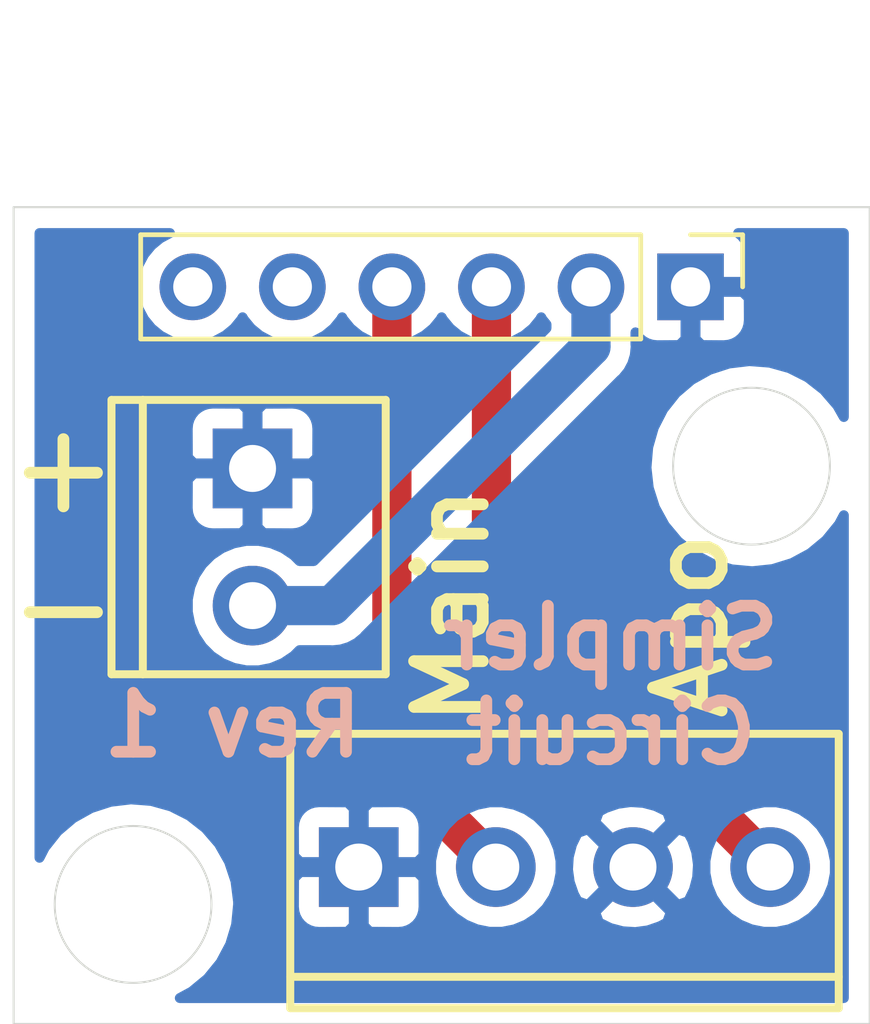
<source format=kicad_pcb>
(kicad_pcb (version 20171130) (host pcbnew "(5.1.2)-2")

  (general
    (thickness 1.6)
    (drawings 12)
    (tracks 7)
    (zones 0)
    (modules 3)
    (nets 7)
  )

  (page A4)
  (layers
    (0 F.Cu signal)
    (31 B.Cu signal)
    (32 B.Adhes user)
    (33 F.Adhes user)
    (34 B.Paste user)
    (35 F.Paste user)
    (36 B.SilkS user)
    (37 F.SilkS user)
    (38 B.Mask user)
    (39 F.Mask user)
    (40 Dwgs.User user)
    (41 Cmts.User user)
    (42 Eco1.User user)
    (43 Eco2.User user)
    (44 Edge.Cuts user)
    (45 Margin user)
    (46 B.CrtYd user)
    (47 F.CrtYd user)
    (48 B.Fab user)
    (49 F.Fab user)
  )

  (setup
    (last_trace_width 1)
    (user_trace_width 0.5)
    (user_trace_width 1)
    (trace_clearance 0.2)
    (zone_clearance 0.508)
    (zone_45_only no)
    (trace_min 0.2)
    (via_size 0.8)
    (via_drill 0.4)
    (via_min_size 0.4)
    (via_min_drill 0.3)
    (uvia_size 0.3)
    (uvia_drill 0.1)
    (uvias_allowed no)
    (uvia_min_size 0.2)
    (uvia_min_drill 0.1)
    (edge_width 0.05)
    (segment_width 0.2)
    (pcb_text_width 0.3)
    (pcb_text_size 1.5 1.5)
    (mod_edge_width 0.12)
    (mod_text_size 1 1)
    (mod_text_width 0.15)
    (pad_size 1.524 1.524)
    (pad_drill 0.762)
    (pad_to_mask_clearance 0.051)
    (solder_mask_min_width 0.25)
    (aux_axis_origin 0 0)
    (visible_elements FFFFFF7F)
    (pcbplotparams
      (layerselection 0x010fc_ffffffff)
      (usegerberextensions false)
      (usegerberattributes false)
      (usegerberadvancedattributes false)
      (creategerberjobfile false)
      (excludeedgelayer true)
      (linewidth 0.100000)
      (plotframeref false)
      (viasonmask false)
      (mode 1)
      (useauxorigin false)
      (hpglpennumber 1)
      (hpglpenspeed 20)
      (hpglpendiameter 15.000000)
      (psnegative false)
      (psa4output false)
      (plotreference true)
      (plotvalue true)
      (plotinvisibletext false)
      (padsonsilk false)
      (subtractmaskfromsilk false)
      (outputformat 1)
      (mirror false)
      (drillshape 1)
      (scaleselection 1)
      (outputdirectory ""))
  )

  (net 0 "")
  (net 1 "Net-(J1-Pad6)")
  (net 2 "Net-(J1-Pad5)")
  (net 3 "Net-(J1-Pad4)")
  (net 4 "Net-(J1-Pad3)")
  (net 5 GND)
  (net 6 VBUS)

  (net_class Default "This is the default net class."
    (clearance 0.2)
    (trace_width 0.25)
    (via_dia 0.8)
    (via_drill 0.4)
    (uvia_dia 0.3)
    (uvia_drill 0.1)
    (add_net GND)
    (add_net "Net-(J1-Pad3)")
    (add_net "Net-(J1-Pad4)")
    (add_net "Net-(J1-Pad5)")
    (add_net "Net-(J1-Pad6)")
    (add_net VBUS)
  )

  (module Connectors:SCREWTERMINAL-3.5MM-4 (layer F.Cu) (tedit 200000) (tstamp 60BEE791)
    (at 134.28218 86.9315)
    (descr "SCREW TERMINAL  3.5MM PITCH -4 PIN PTH")
    (tags "SCREW TERMINAL  3.5MM PITCH -4 PIN PTH")
    (path /60BFFBC3)
    (attr virtual)
    (fp_text reference J2 (at 0 -3.937) (layer F.SilkS) hide
      (effects (font (size 0.6096 0.6096) (thickness 0.127)))
    )
    (fp_text value Screw_Terminal_01x04 (at 0 4.191) (layer F.SilkS) hide
      (effects (font (size 0.6096 0.6096) (thickness 0.127)))
    )
    (fp_circle (center 10.49782 0) (end 10.49782 -0.42418) (layer Dwgs.User) (width 0.1))
    (fp_circle (center 6.9977 0) (end 6.9977 -0.42418) (layer Dwgs.User) (width 0.1))
    (fp_circle (center 3.49758 0) (end 3.49758 -0.42418) (layer Dwgs.User) (width 0.1))
    (fp_circle (center 0 0) (end 0 -0.42418) (layer Dwgs.User) (width 0.1))
    (fp_line (start 12.74826 -2.14884) (end 12.24788 -2.14884) (layer Dwgs.User) (width 0.2032))
    (fp_line (start 12.74826 -3.1496) (end 12.74826 -2.14884) (layer Dwgs.User) (width 0.2032))
    (fp_line (start 12.24788 -3.1496) (end 12.74826 -3.1496) (layer Dwgs.User) (width 0.2032))
    (fp_line (start -2.2479 2.3495) (end -1.74752 2.3495) (layer Dwgs.User) (width 0.2032))
    (fp_line (start -2.2479 1.34874) (end -2.2479 2.3495) (layer Dwgs.User) (width 0.2032))
    (fp_line (start -1.74752 1.34874) (end -2.2479 1.34874) (layer Dwgs.User) (width 0.2032))
    (fp_line (start 12.24788 2.79908) (end -1.74752 2.79908) (layer F.SilkS) (width 0.2032))
    (fp_line (start -1.74752 2.79908) (end -1.74752 -3.39852) (layer F.SilkS) (width 0.2032))
    (fp_line (start -1.74752 3.59918) (end -1.74752 2.79908) (layer F.SilkS) (width 0.2032))
    (fp_line (start 12.24788 3.59918) (end -1.74752 3.59918) (layer F.SilkS) (width 0.2032))
    (fp_line (start 12.24788 2.79908) (end 12.24788 3.59918) (layer F.SilkS) (width 0.2032))
    (fp_line (start 12.24788 -3.39852) (end 12.24788 2.79908) (layer F.SilkS) (width 0.2032))
    (fp_line (start -1.74752 -3.39852) (end 12.24788 -3.39852) (layer F.SilkS) (width 0.2032))
    (pad 4 thru_hole circle (at 10.49782 0) (size 2.032 2.032) (drill 1.19888) (layers *.Cu *.Mask)
      (net 4 "Net-(J1-Pad3)") (solder_mask_margin 0.1016))
    (pad 3 thru_hole circle (at 6.9977 0) (size 2.032 2.032) (drill 1.19888) (layers *.Cu *.Mask)
      (net 6 VBUS) (solder_mask_margin 0.1016))
    (pad 2 thru_hole circle (at 3.49758 0) (size 2.032 2.032) (drill 1.19888) (layers *.Cu *.Mask)
      (net 3 "Net-(J1-Pad4)") (solder_mask_margin 0.1016))
    (pad 1 thru_hole rect (at 0 0) (size 2.032 2.032) (drill 1.19888) (layers *.Cu *.Mask)
      (net 6 VBUS) (solder_mask_margin 0.1016))
  )

  (module Connectors:SCREWTERMINAL-3.5MM-2 (layer F.Cu) (tedit 200000) (tstamp 60BEE389)
    (at 131.572 76.76642 270)
    (descr "SCREW TERMINAL  3.5MM PITCH - 2 PIN PTH")
    (tags "SCREW TERMINAL  3.5MM PITCH - 2 PIN PTH")
    (path /60BFED93)
    (attr virtual)
    (fp_text reference J3 (at 0 -3.937 270) (layer F.SilkS) hide
      (effects (font (size 0.6096 0.6096) (thickness 0.127)))
    )
    (fp_text value Screw_Terminal_01x02 (at 0 4.191 90) (layer F.SilkS) hide
      (effects (font (size 0.6096 0.6096) (thickness 0.127)))
    )
    (fp_circle (center 1.99898 -2.99974) (end 1.99898 -3.28168) (layer Dwgs.User) (width 0.127))
    (fp_line (start 5.74802 -2.14884) (end 5.24764 -2.14884) (layer Dwgs.User) (width 0.2032))
    (fp_line (start 5.74802 -3.1496) (end 5.74802 -2.14884) (layer Dwgs.User) (width 0.2032))
    (fp_line (start 5.24764 -3.1496) (end 5.74802 -3.1496) (layer Dwgs.User) (width 0.2032))
    (fp_line (start -2.2479 2.3495) (end -1.74752 2.3495) (layer Dwgs.User) (width 0.2032))
    (fp_line (start -2.2479 1.34874) (end -2.2479 2.3495) (layer Dwgs.User) (width 0.2032))
    (fp_line (start -1.74752 1.34874) (end -2.2479 1.34874) (layer Dwgs.User) (width 0.2032))
    (fp_line (start 5.24764 2.79908) (end -1.74752 2.79908) (layer F.SilkS) (width 0.2032))
    (fp_line (start -1.74752 2.79908) (end -1.74752 -3.39852) (layer F.SilkS) (width 0.2032))
    (fp_line (start -1.74752 3.59918) (end -1.74752 2.79908) (layer F.SilkS) (width 0.2032))
    (fp_line (start 5.24764 3.59918) (end -1.74752 3.59918) (layer F.SilkS) (width 0.2032))
    (fp_line (start 5.24764 2.79908) (end 5.24764 3.59918) (layer F.SilkS) (width 0.2032))
    (fp_line (start 5.24764 -3.39852) (end 5.24764 2.79908) (layer F.SilkS) (width 0.2032))
    (fp_line (start -1.74752 -3.39852) (end 5.24764 -3.39852) (layer F.SilkS) (width 0.2032))
    (pad 2 thru_hole circle (at 3.49758 0 270) (size 2.032 2.032) (drill 1.19888) (layers *.Cu *.Mask)
      (net 5 GND) (solder_mask_margin 0.1016))
    (pad 1 thru_hole rect (at 0 0 270) (size 2.032 2.032) (drill 1.19888) (layers *.Cu *.Mask)
      (net 6 VBUS) (solder_mask_margin 0.1016))
  )

  (module Connector_PinHeader_2.54mm:PinHeader_1x06_P2.54mm_Vertical (layer F.Cu) (tedit 59FED5CC) (tstamp 60BEE7F4)
    (at 142.748 72.136 270)
    (descr "Through hole straight pin header, 1x06, 2.54mm pitch, single row")
    (tags "Through hole pin header THT 1x06 2.54mm single row")
    (path /60BEDC86)
    (fp_text reference J1 (at 0 -2.33 90) (layer F.SilkS) hide
      (effects (font (size 1 1) (thickness 0.15)))
    )
    (fp_text value CONN_06SMD_MALE (at 0 15.03 90) (layer F.Fab)
      (effects (font (size 1 1) (thickness 0.15)))
    )
    (fp_text user %R (at 0 6.35) (layer F.Fab)
      (effects (font (size 1 1) (thickness 0.15)))
    )
    (fp_line (start 1.8 -1.8) (end -1.8 -1.8) (layer F.CrtYd) (width 0.05))
    (fp_line (start 1.8 14.5) (end 1.8 -1.8) (layer F.CrtYd) (width 0.05))
    (fp_line (start -1.8 14.5) (end 1.8 14.5) (layer F.CrtYd) (width 0.05))
    (fp_line (start -1.8 -1.8) (end -1.8 14.5) (layer F.CrtYd) (width 0.05))
    (fp_line (start -1.33 -1.33) (end 0 -1.33) (layer F.SilkS) (width 0.12))
    (fp_line (start -1.33 0) (end -1.33 -1.33) (layer F.SilkS) (width 0.12))
    (fp_line (start -1.33 1.27) (end 1.33 1.27) (layer F.SilkS) (width 0.12))
    (fp_line (start 1.33 1.27) (end 1.33 14.03) (layer F.SilkS) (width 0.12))
    (fp_line (start -1.33 1.27) (end -1.33 14.03) (layer F.SilkS) (width 0.12))
    (fp_line (start -1.33 14.03) (end 1.33 14.03) (layer F.SilkS) (width 0.12))
    (fp_line (start -1.27 -0.635) (end -0.635 -1.27) (layer F.Fab) (width 0.1))
    (fp_line (start -1.27 13.97) (end -1.27 -0.635) (layer F.Fab) (width 0.1))
    (fp_line (start 1.27 13.97) (end -1.27 13.97) (layer F.Fab) (width 0.1))
    (fp_line (start 1.27 -1.27) (end 1.27 13.97) (layer F.Fab) (width 0.1))
    (fp_line (start -0.635 -1.27) (end 1.27 -1.27) (layer F.Fab) (width 0.1))
    (pad 6 thru_hole oval (at 0 12.7 270) (size 1.7 1.7) (drill 1) (layers *.Cu *.Mask)
      (net 1 "Net-(J1-Pad6)"))
    (pad 5 thru_hole oval (at 0 10.16 270) (size 1.7 1.7) (drill 1) (layers *.Cu *.Mask)
      (net 2 "Net-(J1-Pad5)"))
    (pad 4 thru_hole oval (at 0 7.62 270) (size 1.7 1.7) (drill 1) (layers *.Cu *.Mask)
      (net 3 "Net-(J1-Pad4)"))
    (pad 3 thru_hole oval (at 0 5.08 270) (size 1.7 1.7) (drill 1) (layers *.Cu *.Mask)
      (net 4 "Net-(J1-Pad3)"))
    (pad 2 thru_hole oval (at 0 2.54 270) (size 1.7 1.7) (drill 1) (layers *.Cu *.Mask)
      (net 5 GND))
    (pad 1 thru_hole rect (at 0 0 270) (size 1.7 1.7) (drill 1) (layers *.Cu *.Mask)
      (net 6 VBUS))
    (model ${KISYS3DMOD}/Connector_PinHeader_2.54mm.3dshapes/PinHeader_1x06_P2.54mm_Vertical.wrl
      (at (xyz 0 0 0))
      (scale (xyz 1 1 1))
      (rotate (xyz 0 0 0))
    )
  )

  (gr_text "Rev 1" (at 131.064 83.312) (layer B.SilkS) (tstamp 60C01F3A)
    (effects (font (size 1.5 1.5) (thickness 0.3)) (justify mirror))
  )
  (gr_text "Simpler\nCircuit" (at 140.716 82.296) (layer B.SilkS)
    (effects (font (size 1.5 1.5) (thickness 0.3)) (justify mirror))
  )
  (gr_text Main (at 136.652 80.264 90) (layer F.SilkS) (tstamp 60BEECDC)
    (effects (font (size 1.75 1.75) (thickness 0.3)))
  )
  (gr_text Apo (at 142.748 80.772 90) (layer F.SilkS)
    (effects (font (size 1.75 1.75) (thickness 0.3)))
  )
  (gr_text - (at 126.746 80.264) (layer F.SilkS)
    (effects (font (size 2.25 2.25) (thickness 0.3)) (justify mirror))
  )
  (gr_text + (at 126.746 76.708) (layer F.SilkS)
    (effects (font (size 2.25 2.25) (thickness 0.3)) (justify mirror))
  )
  (gr_circle (center 128.524 87.884) (end 130.524 87.884) (layer Edge.Cuts) (width 0.05))
  (gr_circle (center 144.304 76.708) (end 146.304 76.708) (layer Edge.Cuts) (width 0.05))
  (gr_line (start 125.476 90.932) (end 125.476 70.104) (layer Edge.Cuts) (width 0.05) (tstamp 60BEE84A))
  (gr_line (start 147.32 90.932) (end 125.476 90.932) (layer Edge.Cuts) (width 0.05))
  (gr_line (start 147.32 70.104) (end 147.32 90.932) (layer Edge.Cuts) (width 0.05))
  (gr_line (start 125.476 70.104) (end 147.32 70.104) (layer Edge.Cuts) (width 0.05))

  (segment (start 135.128 84.27974) (end 137.77976 86.9315) (width 1) (layer F.Cu) (net 3))
  (segment (start 135.128 72.136) (end 135.128 84.27974) (width 1) (layer F.Cu) (net 3))
  (segment (start 137.668 79.8195) (end 144.78 86.9315) (width 1) (layer F.Cu) (net 4))
  (segment (start 137.668 72.136) (end 137.668 79.8195) (width 1) (layer F.Cu) (net 4))
  (segment (start 140.208 72.136) (end 140.208 73.66) (width 1) (layer B.Cu) (net 5))
  (segment (start 140.208 73.66) (end 133.604 80.264) (width 1) (layer B.Cu) (net 5))
  (segment (start 133.604 80.264) (end 131.572 80.264) (width 1) (layer B.Cu) (net 5))

  (zone (net 6) (net_name VBUS) (layer B.Cu) (tstamp 60C01F28) (hatch edge 0.508)
    (connect_pads (clearance 0.508))
    (min_thickness 0.254)
    (fill yes (arc_segments 32) (thermal_gap 0.508) (thermal_bridge_width 0.508))
    (polygon
      (pts
        (xy 125.984 70.612) (xy 146.812 70.612) (xy 146.812 90.424) (xy 125.984 90.424)
      )
    )
    (filled_polygon
      (pts
        (xy 129.218986 70.895294) (xy 128.992866 71.080866) (xy 128.807294 71.306986) (xy 128.669401 71.564966) (xy 128.584487 71.844889)
        (xy 128.555815 72.136) (xy 128.584487 72.427111) (xy 128.669401 72.707034) (xy 128.807294 72.965014) (xy 128.992866 73.191134)
        (xy 129.218986 73.376706) (xy 129.476966 73.514599) (xy 129.756889 73.599513) (xy 129.97505 73.621) (xy 130.12095 73.621)
        (xy 130.339111 73.599513) (xy 130.619034 73.514599) (xy 130.877014 73.376706) (xy 131.103134 73.191134) (xy 131.288706 72.965014)
        (xy 131.318 72.910209) (xy 131.347294 72.965014) (xy 131.532866 73.191134) (xy 131.758986 73.376706) (xy 132.016966 73.514599)
        (xy 132.296889 73.599513) (xy 132.51505 73.621) (xy 132.66095 73.621) (xy 132.879111 73.599513) (xy 133.159034 73.514599)
        (xy 133.417014 73.376706) (xy 133.643134 73.191134) (xy 133.828706 72.965014) (xy 133.858 72.910209) (xy 133.887294 72.965014)
        (xy 134.072866 73.191134) (xy 134.298986 73.376706) (xy 134.556966 73.514599) (xy 134.836889 73.599513) (xy 135.05505 73.621)
        (xy 135.20095 73.621) (xy 135.419111 73.599513) (xy 135.699034 73.514599) (xy 135.957014 73.376706) (xy 136.183134 73.191134)
        (xy 136.368706 72.965014) (xy 136.398 72.910209) (xy 136.427294 72.965014) (xy 136.612866 73.191134) (xy 136.838986 73.376706)
        (xy 137.096966 73.514599) (xy 137.376889 73.599513) (xy 137.59505 73.621) (xy 137.74095 73.621) (xy 137.959111 73.599513)
        (xy 138.239034 73.514599) (xy 138.497014 73.376706) (xy 138.723134 73.191134) (xy 138.908706 72.965014) (xy 138.938 72.910209)
        (xy 138.967294 72.965014) (xy 139.073 73.093817) (xy 139.073 73.189868) (xy 133.133869 79.129) (xy 132.771866 79.129)
        (xy 132.624451 78.981585) (xy 132.354042 78.800903) (xy 132.053579 78.676447) (xy 131.734609 78.613) (xy 131.409391 78.613)
        (xy 131.090421 78.676447) (xy 130.789958 78.800903) (xy 130.519549 78.981585) (xy 130.289585 79.211549) (xy 130.108903 79.481958)
        (xy 129.984447 79.782421) (xy 129.921 80.101391) (xy 129.921 80.426609) (xy 129.984447 80.745579) (xy 130.108903 81.046042)
        (xy 130.289585 81.316451) (xy 130.519549 81.546415) (xy 130.789958 81.727097) (xy 131.090421 81.851553) (xy 131.409391 81.915)
        (xy 131.734609 81.915) (xy 132.053579 81.851553) (xy 132.354042 81.727097) (xy 132.624451 81.546415) (xy 132.771866 81.399)
        (xy 133.548249 81.399) (xy 133.604 81.404491) (xy 133.659751 81.399) (xy 133.659752 81.399) (xy 133.826499 81.382577)
        (xy 134.040447 81.317676) (xy 134.237623 81.212284) (xy 134.410449 81.070449) (xy 134.445996 81.027135) (xy 140.971141 74.501991)
        (xy 141.014449 74.466449) (xy 141.156284 74.293623) (xy 141.261676 74.096447) (xy 141.326577 73.882499) (xy 141.343 73.715752)
        (xy 141.343 73.715743) (xy 141.34849 73.660001) (xy 141.343 73.604259) (xy 141.343 73.294728) (xy 141.367463 73.340494)
        (xy 141.446815 73.437185) (xy 141.543506 73.516537) (xy 141.65382 73.575502) (xy 141.773518 73.611812) (xy 141.898 73.624072)
        (xy 142.46225 73.621) (xy 142.621 73.46225) (xy 142.621 72.263) (xy 142.875 72.263) (xy 142.875 73.46225)
        (xy 143.03375 73.621) (xy 143.598 73.624072) (xy 143.722482 73.611812) (xy 143.84218 73.575502) (xy 143.952494 73.516537)
        (xy 144.049185 73.437185) (xy 144.128537 73.340494) (xy 144.187502 73.23018) (xy 144.223812 73.110482) (xy 144.236072 72.986)
        (xy 144.233 72.42175) (xy 144.07425 72.263) (xy 142.875 72.263) (xy 142.621 72.263) (xy 142.601 72.263)
        (xy 142.601 72.009) (xy 142.621 72.009) (xy 142.621 71.989) (xy 142.875 71.989) (xy 142.875 72.009)
        (xy 144.07425 72.009) (xy 144.233 71.85025) (xy 144.236072 71.286) (xy 144.223812 71.161518) (xy 144.187502 71.04182)
        (xy 144.128537 70.931506) (xy 144.049185 70.834815) (xy 143.962896 70.764) (xy 146.66 70.764) (xy 146.66 75.455466)
        (xy 146.493948 75.163161) (xy 146.15218 74.767219) (xy 145.740016 74.445201) (xy 145.273154 74.209372) (xy 144.769377 74.068715)
        (xy 144.247874 74.028588) (xy 143.728509 74.090518) (xy 143.231065 74.252148) (xy 142.774488 74.50732) (xy 142.376169 74.846316)
        (xy 142.051282 75.256222) (xy 141.812199 75.721426) (xy 141.668028 76.224209) (xy 141.624261 76.745419) (xy 141.682564 77.265203)
        (xy 141.840717 77.763764) (xy 142.092696 78.222112) (xy 142.428902 78.622787) (xy 142.836531 78.950528) (xy 143.300054 79.192853)
        (xy 143.801818 79.34053) (xy 144.32271 79.387935) (xy 144.842889 79.333262) (xy 145.342542 79.178593) (xy 145.802637 78.929821)
        (xy 146.20565 78.59642) (xy 146.536229 78.191089) (xy 146.66 77.958309) (xy 146.660001 90.272) (xy 129.715295 90.272)
        (xy 130.022637 90.105821) (xy 130.42565 89.77242) (xy 130.756229 89.367089) (xy 131.001783 88.905269) (xy 131.15296 88.404548)
        (xy 131.197773 87.9475) (xy 132.628108 87.9475) (xy 132.640368 88.071982) (xy 132.676678 88.19168) (xy 132.735643 88.301994)
        (xy 132.814995 88.398685) (xy 132.911686 88.478037) (xy 133.022 88.537002) (xy 133.141698 88.573312) (xy 133.26618 88.585572)
        (xy 133.99643 88.5825) (xy 134.15518 88.42375) (xy 134.15518 87.0585) (xy 134.40918 87.0585) (xy 134.40918 88.42375)
        (xy 134.56793 88.5825) (xy 135.29818 88.585572) (xy 135.422662 88.573312) (xy 135.54236 88.537002) (xy 135.652674 88.478037)
        (xy 135.749365 88.398685) (xy 135.828717 88.301994) (xy 135.887682 88.19168) (xy 135.923992 88.071982) (xy 135.936252 87.9475)
        (xy 135.93318 87.21725) (xy 135.77443 87.0585) (xy 134.40918 87.0585) (xy 134.15518 87.0585) (xy 132.78993 87.0585)
        (xy 132.63118 87.21725) (xy 132.628108 87.9475) (xy 131.197773 87.9475) (xy 131.204 87.884) (xy 131.202955 87.80917)
        (xy 131.1374 87.29025) (xy 130.972302 86.793946) (xy 130.713948 86.339161) (xy 130.37218 85.943219) (xy 130.336702 85.9155)
        (xy 132.628108 85.9155) (xy 132.63118 86.64575) (xy 132.78993 86.8045) (xy 134.15518 86.8045) (xy 134.15518 85.43925)
        (xy 134.40918 85.43925) (xy 134.40918 86.8045) (xy 135.77443 86.8045) (xy 135.810039 86.768891) (xy 136.12876 86.768891)
        (xy 136.12876 87.094109) (xy 136.192207 87.413079) (xy 136.316663 87.713542) (xy 136.497345 87.983951) (xy 136.727309 88.213915)
        (xy 136.997718 88.394597) (xy 137.298181 88.519053) (xy 137.617151 88.5825) (xy 137.942369 88.5825) (xy 138.261339 88.519053)
        (xy 138.561802 88.394597) (xy 138.832211 88.213915) (xy 138.967803 88.078323) (xy 140.312662 88.078323) (xy 140.410358 88.34436)
        (xy 140.702701 88.486848) (xy 141.017224 88.569564) (xy 141.341842 88.589331) (xy 141.664078 88.545388) (xy 141.97155 88.439424)
        (xy 142.149402 88.34436) (xy 142.247098 88.078323) (xy 141.27988 87.111105) (xy 140.312662 88.078323) (xy 138.967803 88.078323)
        (xy 139.062175 87.983951) (xy 139.242857 87.713542) (xy 139.367313 87.413079) (xy 139.43076 87.094109) (xy 139.43076 86.993462)
        (xy 139.622049 86.993462) (xy 139.665992 87.315698) (xy 139.771956 87.62317) (xy 139.86702 87.801022) (xy 140.133057 87.898718)
        (xy 141.100275 86.9315) (xy 141.459485 86.9315) (xy 142.426703 87.898718) (xy 142.69274 87.801022) (xy 142.835228 87.508679)
        (xy 142.917944 87.194156) (xy 142.937711 86.869538) (xy 142.923986 86.768891) (xy 143.129 86.768891) (xy 143.129 87.094109)
        (xy 143.192447 87.413079) (xy 143.316903 87.713542) (xy 143.497585 87.983951) (xy 143.727549 88.213915) (xy 143.997958 88.394597)
        (xy 144.298421 88.519053) (xy 144.617391 88.5825) (xy 144.942609 88.5825) (xy 145.261579 88.519053) (xy 145.562042 88.394597)
        (xy 145.832451 88.213915) (xy 146.062415 87.983951) (xy 146.243097 87.713542) (xy 146.367553 87.413079) (xy 146.431 87.094109)
        (xy 146.431 86.768891) (xy 146.367553 86.449921) (xy 146.243097 86.149458) (xy 146.062415 85.879049) (xy 145.832451 85.649085)
        (xy 145.562042 85.468403) (xy 145.261579 85.343947) (xy 144.942609 85.2805) (xy 144.617391 85.2805) (xy 144.298421 85.343947)
        (xy 143.997958 85.468403) (xy 143.727549 85.649085) (xy 143.497585 85.879049) (xy 143.316903 86.149458) (xy 143.192447 86.449921)
        (xy 143.129 86.768891) (xy 142.923986 86.768891) (xy 142.893768 86.547302) (xy 142.787804 86.23983) (xy 142.69274 86.061978)
        (xy 142.426703 85.964282) (xy 141.459485 86.9315) (xy 141.100275 86.9315) (xy 140.133057 85.964282) (xy 139.86702 86.061978)
        (xy 139.724532 86.354321) (xy 139.641816 86.668844) (xy 139.622049 86.993462) (xy 139.43076 86.993462) (xy 139.43076 86.768891)
        (xy 139.367313 86.449921) (xy 139.242857 86.149458) (xy 139.062175 85.879049) (xy 138.967803 85.784677) (xy 140.312662 85.784677)
        (xy 141.27988 86.751895) (xy 142.247098 85.784677) (xy 142.149402 85.51864) (xy 141.857059 85.376152) (xy 141.542536 85.293436)
        (xy 141.217918 85.273669) (xy 140.895682 85.317612) (xy 140.58821 85.423576) (xy 140.410358 85.51864) (xy 140.312662 85.784677)
        (xy 138.967803 85.784677) (xy 138.832211 85.649085) (xy 138.561802 85.468403) (xy 138.261339 85.343947) (xy 137.942369 85.2805)
        (xy 137.617151 85.2805) (xy 137.298181 85.343947) (xy 136.997718 85.468403) (xy 136.727309 85.649085) (xy 136.497345 85.879049)
        (xy 136.316663 86.149458) (xy 136.192207 86.449921) (xy 136.12876 86.768891) (xy 135.810039 86.768891) (xy 135.93318 86.64575)
        (xy 135.936252 85.9155) (xy 135.923992 85.791018) (xy 135.887682 85.67132) (xy 135.828717 85.561006) (xy 135.749365 85.464315)
        (xy 135.652674 85.384963) (xy 135.54236 85.325998) (xy 135.422662 85.289688) (xy 135.29818 85.277428) (xy 134.56793 85.2805)
        (xy 134.40918 85.43925) (xy 134.15518 85.43925) (xy 133.99643 85.2805) (xy 133.26618 85.277428) (xy 133.141698 85.289688)
        (xy 133.022 85.325998) (xy 132.911686 85.384963) (xy 132.814995 85.464315) (xy 132.735643 85.561006) (xy 132.676678 85.67132)
        (xy 132.640368 85.791018) (xy 132.628108 85.9155) (xy 130.336702 85.9155) (xy 129.960016 85.621201) (xy 129.493154 85.385372)
        (xy 128.989377 85.244715) (xy 128.467874 85.204588) (xy 127.948509 85.266518) (xy 127.451065 85.428148) (xy 126.994488 85.68332)
        (xy 126.596169 86.022316) (xy 126.271282 86.432222) (xy 126.136 86.695452) (xy 126.136 77.78242) (xy 129.917928 77.78242)
        (xy 129.930188 77.906902) (xy 129.966498 78.0266) (xy 130.025463 78.136914) (xy 130.104815 78.233605) (xy 130.201506 78.312957)
        (xy 130.31182 78.371922) (xy 130.431518 78.408232) (xy 130.556 78.420492) (xy 131.28625 78.41742) (xy 131.445 78.25867)
        (xy 131.445 76.89342) (xy 131.699 76.89342) (xy 131.699 78.25867) (xy 131.85775 78.41742) (xy 132.588 78.420492)
        (xy 132.712482 78.408232) (xy 132.83218 78.371922) (xy 132.942494 78.312957) (xy 133.039185 78.233605) (xy 133.118537 78.136914)
        (xy 133.177502 78.0266) (xy 133.213812 77.906902) (xy 133.226072 77.78242) (xy 133.223 77.05217) (xy 133.06425 76.89342)
        (xy 131.699 76.89342) (xy 131.445 76.89342) (xy 130.07975 76.89342) (xy 129.921 77.05217) (xy 129.917928 77.78242)
        (xy 126.136 77.78242) (xy 126.136 75.75042) (xy 129.917928 75.75042) (xy 129.921 76.48067) (xy 130.07975 76.63942)
        (xy 131.445 76.63942) (xy 131.445 75.27417) (xy 131.699 75.27417) (xy 131.699 76.63942) (xy 133.06425 76.63942)
        (xy 133.223 76.48067) (xy 133.226072 75.75042) (xy 133.213812 75.625938) (xy 133.177502 75.50624) (xy 133.118537 75.395926)
        (xy 133.039185 75.299235) (xy 132.942494 75.219883) (xy 132.83218 75.160918) (xy 132.712482 75.124608) (xy 132.588 75.112348)
        (xy 131.85775 75.11542) (xy 131.699 75.27417) (xy 131.445 75.27417) (xy 131.28625 75.11542) (xy 130.556 75.112348)
        (xy 130.431518 75.124608) (xy 130.31182 75.160918) (xy 130.201506 75.219883) (xy 130.104815 75.299235) (xy 130.025463 75.395926)
        (xy 129.966498 75.50624) (xy 129.930188 75.625938) (xy 129.917928 75.75042) (xy 126.136 75.75042) (xy 126.136 70.764)
        (xy 129.46462 70.764)
      )
    )
  )
)

</source>
